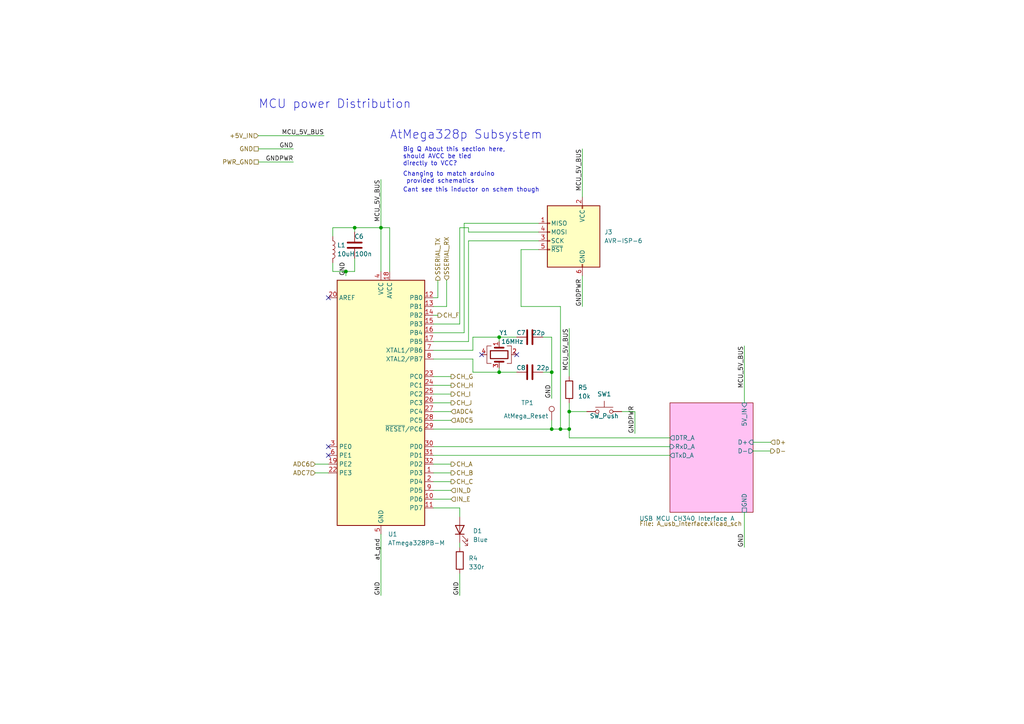
<source format=kicad_sch>
(kicad_sch (version 20230121) (generator eeschema)
  (paper "A4")
  (lib_symbols
    (symbol "000_Capacitor_Film_Immo:cap_film_0805" (pin_numbers hide) (pin_names (offset 0.254))
      (property "Reference" "C" (at 0.635 2.54 0))
      (property "Value" "cap_film_0805" (at 0.635 -2.54 0))
      (symbol "cap_film_0805_0_1"
        (polyline (pts (xy -2.032 -0.762) (xy 2.032 -0.762)) (stroke (width 0.508)))
        (polyline (pts (xy -2.032 0.762) (xy 2.032 0.762)) (stroke (width 0.508)))
      )
      (symbol "cap_film_0805_1_1"
        (pin passive line (at 0 3.81 270) (length 2.794) (name "~") (number "1"))
        (pin passive line (at 0 -3.81 90) (length 2.794) (name "~") (number "2"))
      )
    )
    (symbol "000_Diodes_Immo:LED_0805_smd" (pin_numbers hide) (pin_names (offset 1.016) hide)
      (property "Reference" "D" (at 0 2.54 0))
      (property "Value" "LED_0805_smd" (at 0 -3.81 0))
      (symbol "LED_0805_smd_0_1"
        (polyline (pts (xy -1.27 -1.27) (xy -1.27 1.27)) (stroke (width 0.254)))
        (polyline (pts (xy -1.27 0) (xy 1.27 0)))
        (polyline (pts (xy 1.27 -1.27) (xy 1.27 1.27) (xy -1.27 0) (xy 1.27 -1.27)) (stroke (width 0.254)))
        (polyline (pts (xy -3.048 -0.762) (xy -4.572 -2.286) (xy -3.81 -2.286) (xy -4.572 -2.286) (xy -4.572 -1.524)))
        (polyline (pts (xy -1.778 -0.762) (xy -3.302 -2.286) (xy -2.54 -2.286) (xy -3.302 -2.286) (xy -3.302 -1.524)))
      )
      (symbol "LED_0805_smd_1_1"
        (pin passive line (at -3.81 0 0) (length 2.54) (name "K") (number "1"))
        (pin passive line (at 3.81 0 180) (length 2.54) (name "A") (number "2"))
      )
    )
    (symbol "000_Resistors_Immo:Resistor_0805" (pin_numbers hide) (pin_names (offset 0))
      (property "Reference" "R?" (at -2.54 3.81 0))
      (property "Value" "Resistor_0805" (at -5.08 2.54 0))
      (symbol "Resistor_0805_0_1"
        (rectangle (start 2.54 -1.016) (end -2.54 1.016) (stroke (width 0.254)))
      )
      (symbol "Resistor_0805_1_1"
        (pin passive line (at -3.81 0 0) (length 1.27) (name "~") (number "1"))
        (pin passive line (at 3.81 0 180) (length 1.27) (name "~") (number "2"))
      )
    )
    (symbol "Connector:AVR-ISP-6" (pin_names (offset 1.016))
      (property "Reference" "J" (at -6.35 11.43 0))
      (property "Value" "AVR-ISP-6" (at 0 11.43 0))
      (symbol "AVR-ISP-6_0_1"
        (rectangle (start -2.667 -6.858) (end -2.413 -7.62))
        (rectangle (start -2.667 10.16) (end -2.413 9.398))
        (rectangle (start 7.62 -2.413) (end 6.858 -2.667))
        (rectangle (start 7.62 0.127) (end 6.858 -0.127))
        (rectangle (start 7.62 2.667) (end 6.858 2.413))
        (rectangle (start 7.62 5.207) (end 6.858 4.953))
        (rectangle (start 7.62 10.16) (end -7.62 -7.62) (stroke (width 0.254)) (fill (type background)))
      )
      (symbol "AVR-ISP-6_1_1"
        (pin passive line (at 10.16 5.08 180) (length 2.54) (name "MISO") (number "1"))
        (pin passive line (at -2.54 12.7 270) (length 2.54) (name "VCC") (number "2"))
        (pin passive line (at 10.16 0 180) (length 2.54) (name "SCK") (number "3"))
        (pin passive line (at 10.16 2.54 180) (length 2.54) (name "MOSI") (number "4"))
        (pin passive line (at 10.16 -2.54 180) (length 2.54) (name "~{RST}") (number "5"))
        (pin passive line (at -2.54 -10.16 90) (length 2.54) (name "GND") (number "6"))
      )
    )
    (symbol "Connector:TestPoint" (pin_numbers hide) (pin_names (offset 0.762) hide)
      (property "Reference" "TP" (at 0 6.858 0))
      (property "Value" "TestPoint" (at 0 5.08 0))
      (symbol "TestPoint_0_1"
        (circle (center 0 3.302) (radius 0.762))
      )
      (symbol "TestPoint_1_1"
        (pin passive line (at 0 0 90) (length 2.54) (name "1") (number "1"))
      )
    )
    (symbol "Device:Crystal_GND24" (pin_names (offset 1.016) hide)
      (property "Reference" "Y" (at 3.175 5.08 0))
      (property "Value" "Crystal_GND24" (at 3.175 3.175 0))
      (symbol "Crystal_GND24_0_1"
        (rectangle (start -1.143 2.54) (end 1.143 -2.54) (stroke (width 0.3048)))
        (polyline (pts (xy -2.54 0) (xy -2.032 0)))
        (polyline (pts (xy -2.032 -1.27) (xy -2.032 1.27)) (stroke (width 0.508)))
        (polyline (pts (xy 0 -3.81) (xy 0 -3.556)))
        (polyline (pts (xy 0 3.556) (xy 0 3.81)))
        (polyline (pts (xy 2.032 -1.27) (xy 2.032 1.27)) (stroke (width 0.508)))
        (polyline (pts (xy 2.032 0) (xy 2.54 0)))
        (polyline (pts (xy -2.54 -2.286) (xy -2.54 -3.556) (xy 2.54 -3.556) (xy 2.54 -2.286)))
        (polyline (pts (xy -2.54 2.286) (xy -2.54 3.556) (xy 2.54 3.556) (xy 2.54 2.286)))
      )
      (symbol "Crystal_GND24_1_1"
        (pin passive line (at -3.81 0 0) (length 1.27) (name "1") (number "1"))
        (pin passive line (at 0 5.08 270) (length 1.27) (name "2") (number "2"))
        (pin passive line (at 3.81 0 180) (length 1.27) (name "3") (number "3"))
        (pin passive line (at 0 -5.08 90) (length 1.27) (name "4") (number "4"))
      )
    )
    (symbol "Device:L" (pin_numbers hide) (pin_names (offset 1.016) hide)
      (property "Reference" "L" (at -1.27 0 90))
      (property "Value" "L" (at 1.905 0 90))
      (symbol "L_0_1"
        (arc (start 0 -2.54) (mid 0.6323 -1.905) (end 0 -1.27))
        (arc (start 0 -1.27) (mid 0.6323 -0.635) (end 0 0))
        (arc (start 0 0) (mid 0.6323 0.635) (end 0 1.27))
        (arc (start 0 1.27) (mid 0.6323 1.905) (end 0 2.54))
      )
      (symbol "L_1_1"
        (pin passive line (at 0 3.81 270) (length 1.27) (name "1") (number "1"))
        (pin passive line (at 0 -3.81 90) (length 1.27) (name "2") (number "2"))
      )
    )
    (symbol "MCU_Microchip_ATmega:ATmega328PB-M"
      (property "Reference" "U" (at -12.7 36.83 0))
      (property "Value" "ATmega328PB-M" (at 2.54 -36.83 0))
      (symbol "ATmega328PB-M_0_1"
        (rectangle (start -12.7 -35.56) (end 12.7 35.56) (stroke (width 0.254)) (fill (type background)))
      )
      (symbol "ATmega328PB-M_1_1"
        (pin bidirectional line (at 15.24 -20.32 180) (length 2.54) (name "PD3") (number "1"))
        (pin bidirectional line (at 15.24 -27.94 180) (length 2.54) (name "PD6") (number "10"))
        (pin bidirectional line (at 15.24 -30.48 180) (length 2.54) (name "PD7") (number "11"))
        (pin bidirectional line (at 15.24 30.48 180) (length 2.54) (name "PB0") (number "12"))
        (pin bidirectional line (at 15.24 27.94 180) (length 2.54) (name "PB1") (number "13"))
        (pin bidirectional line (at 15.24 25.4 180) (length 2.54) (name "PB2") (number "14"))
        (pin bidirectional line (at 15.24 22.86 180) (length 2.54) (name "PB3") (number "15"))
        (pin bidirectional line (at 15.24 20.32 180) (length 2.54) (name "PB4") (number "16"))
        (pin bidirectional line (at 15.24 17.78 180) (length 2.54) (name "PB5") (number "17"))
        (pin power_in line (at 2.54 38.1 270) (length 2.54) (name "AVCC") (number "18"))
        (pin bidirectional line (at -15.24 -17.78 0) (length 2.54) (name "PE2") (number "19"))
        (pin bidirectional line (at 15.24 -22.86 180) (length 2.54) (name "PD4") (number "2"))
        (pin passive line (at -15.24 30.48 0) (length 2.54) (name "AREF") (number "20"))
        (pin passive line (at 0 -38.1 90) (length 2.54) hide (name "GND") (number "21"))
        (pin bidirectional line (at -15.24 -20.32 0) (length 2.54) (name "PE3") (number "22"))
        (pin bidirectional line (at 15.24 7.62 180) (length 2.54) (name "PC0") (number "23"))
        (pin bidirectional line (at 15.24 5.08 180) (length 2.54) (name "PC1") (number "24"))
        (pin bidirectional line (at 15.24 2.54 180) (length 2.54) (name "PC2") (number "25"))
        (pin bidirectional line (at 15.24 0 180) (length 2.54) (name "PC3") (number "26"))
        (pin bidirectional line (at 15.24 -2.54 180) (length 2.54) (name "PC4") (number "27"))
        (pin bidirectional line (at 15.24 -5.08 180) (length 2.54) (name "PC5") (number "28"))
        (pin bidirectional line (at 15.24 -7.62 180) (length 2.54) (name "~{RESET}/PC6") (number "29"))
        (pin bidirectional line (at -15.24 -12.7 0) (length 2.54) (name "PE0") (number "3"))
        (pin bidirectional line (at 15.24 -12.7 180) (length 2.54) (name "PD0") (number "30"))
        (pin bidirectional line (at 15.24 -15.24 180) (length 2.54) (name "PD1") (number "31"))
        (pin bidirectional line (at 15.24 -17.78 180) (length 2.54) (name "PD2") (number "32"))
        (pin passive line (at 0 -38.1 90) (length 2.54) hide (name "GND") (number "33"))
        (pin power_in line (at 0 38.1 270) (length 2.54) (name "VCC") (number "4"))
        (pin power_in line (at 0 -38.1 90) (length 2.54) (name "GND") (number "5"))
        (pin bidirectional line (at -15.24 -15.24 0) (length 2.54) (name "PE1") (number "6"))
        (pin bidirectional line (at 15.24 15.24 180) (length 2.54) (name "XTAL1/PB6") (number "7"))
        (pin bidirectional line (at 15.24 12.7 180) (length 2.54) (name "XTAL2/PB7") (number "8"))
        (pin bidirectional line (at 15.24 -25.4 180) (length 2.54) (name "PD5") (number "9"))
      )
    )
    (symbol "Switch:SW_Push" (pin_numbers hide) (pin_names (offset 1.016) hide)
      (property "Reference" "SW" (at 1.27 2.54 0))
      (property "Value" "SW_Push" (at 0 -1.524 0))
      (symbol "SW_Push_0_1"
        (circle (center -2.032 0) (radius 0.508))
        (polyline (pts (xy 0 1.27) (xy 0 3.048)))
        (polyline (pts (xy 2.54 1.27) (xy -2.54 1.27)))
        (circle (center 2.032 0) (radius 0.508))
        (pin passive line (at -5.08 0 0) (length 2.54) (name "1") (number "1"))
        (pin passive line (at 5.08 0 180) (length 2.54) (name "2") (number "2"))
      )
    )
  )
  (junction (at 144.78 107.95))
  (junction (at 165.1 124.46))
  (junction (at 160.02 124.46))
  (junction (at 110.49 66.04))
  (junction (at 144.78 97.79))
  (junction (at 162.56 124.46))
  (junction (at 100.33 78.74))
  (junction (at 102.87 66.04))
  (junction (at 165.1 119.38))
  (junction (at 160.02 107.95))
  (no_connect (at 149.86 102.87))
  (no_connect (at 95.25 86.36))
  (no_connect (at 139.7 102.87))
  (no_connect (at 95.25 129.54))
  (no_connect (at 95.25 132.08))
  (wire (pts (xy 133.35 157.48) (xy 133.35 158.75)))
  (wire (pts (xy 135.89 69.85) (xy 156.21 69.85)))
  (wire (pts (xy 133.35 147.32) (xy 125.73 147.32)))
  (wire (pts (xy 162.56 88.9) (xy 162.56 124.46)))
  (wire (pts (xy 102.87 78.74) (xy 102.87 74.93)))
  (wire (pts (xy 102.87 67.31) (xy 102.87 66.04)))
  (wire (pts (xy 137.16 104.14) (xy 125.73 104.14)))
  (wire (pts (xy 137.16 107.95) (xy 137.16 104.14)))
  (wire (pts (xy 96.52 76.2) (xy 96.52 78.74)))
  (wire (pts (xy 135.89 67.31) (xy 156.21 67.31)))
  (wire (pts (xy 74.93 46.99) (xy 85.09 46.99)))
  (wire (pts (xy 74.93 39.37) (xy 93.98 39.37)))
  (wire (pts (xy 129.54 88.9) (xy 125.73 88.9)))
  (wire (pts (xy 215.9 100.33) (xy 215.9 116.84)))
  (wire (pts (xy 160.02 107.95) (xy 160.02 115.57)))
  (wire (pts (xy 218.44 128.27) (xy 223.52 128.27)))
  (wire (pts (xy 125.73 96.52) (xy 134.62 96.52)))
  (wire (pts (xy 125.73 111.76) (xy 130.81 111.76)))
  (wire (pts (xy 133.35 66.04) (xy 135.89 66.04)))
  (wire (pts (xy 96.52 78.74) (xy 100.33 78.74)))
  (wire (pts (xy 100.33 78.74) (xy 100.33 80.01)))
  (wire (pts (xy 125.73 99.06) (xy 135.89 99.06)))
  (wire (pts (xy 125.73 142.24) (xy 130.81 142.24)))
  (wire (pts (xy 125.73 101.6) (xy 137.16 101.6)))
  (wire (pts (xy 151.13 72.39) (xy 156.21 72.39)))
  (wire (pts (xy 194.31 127) (xy 165.1 127)))
  (wire (pts (xy 180.34 119.38) (xy 184.15 119.38)))
  (wire (pts (xy 133.35 149.86) (xy 133.35 147.32)))
  (wire (pts (xy 125.73 137.16) (xy 130.81 137.16)))
  (wire (pts (xy 125.73 114.3) (xy 130.81 114.3)))
  (wire (pts (xy 125.73 119.38) (xy 130.81 119.38)))
  (wire (pts (xy 125.73 129.54) (xy 194.31 129.54)))
  (wire (pts (xy 137.16 101.6) (xy 137.16 97.79)))
  (wire (pts (xy 135.89 66.04) (xy 135.89 67.31)))
  (wire (pts (xy 125.73 139.7) (xy 130.81 139.7)))
  (wire (pts (xy 168.91 43.18) (xy 168.91 57.15)))
  (wire (pts (xy 215.9 148.59) (xy 215.9 158.75)))
  (wire (pts (xy 165.1 119.38) (xy 165.1 124.46)))
  (wire (pts (xy 110.49 66.04) (xy 110.49 78.74)))
  (wire (pts (xy 125.73 121.92) (xy 130.81 121.92)))
  (wire (pts (xy 218.44 130.81) (xy 223.52 130.81)))
  (wire (pts (xy 125.73 109.22) (xy 130.81 109.22)))
  (wire (pts (xy 137.16 97.79) (xy 144.78 97.79)))
  (wire (pts (xy 144.78 107.95) (xy 149.86 107.95)))
  (wire (pts (xy 134.62 64.77) (xy 134.62 96.52)))
  (wire (pts (xy 125.73 91.44) (xy 127 91.44)))
  (wire (pts (xy 133.35 93.98) (xy 125.73 93.98)))
  (wire (pts (xy 96.52 66.04) (xy 102.87 66.04)))
  (wire (pts (xy 165.1 95.25) (xy 165.1 109.22)))
  (wire (pts (xy 110.49 154.94) (xy 110.49 172.72)))
  (wire (pts (xy 151.13 72.39) (xy 151.13 88.9)))
  (wire (pts (xy 125.73 116.84) (xy 130.81 116.84)))
  (wire (pts (xy 91.44 134.62) (xy 95.25 134.62)))
  (wire (pts (xy 127 86.36) (xy 127 81.28)))
  (wire (pts (xy 160.02 121.92) (xy 160.02 124.46)))
  (wire (pts (xy 125.73 132.08) (xy 194.31 132.08)))
  (wire (pts (xy 168.91 80.01) (xy 168.91 88.9)))
  (wire (pts (xy 110.49 52.07) (xy 110.49 66.04)))
  (wire (pts (xy 135.89 99.06) (xy 135.89 69.85)))
  (wire (pts (xy 113.03 78.74) (xy 113.03 66.04)))
  (wire (pts (xy 157.48 97.79) (xy 160.02 97.79)))
  (wire (pts (xy 125.73 144.78) (xy 130.81 144.78)))
  (wire (pts (xy 133.35 66.04) (xy 133.35 93.98)))
  (wire (pts (xy 74.93 43.18) (xy 85.09 43.18)))
  (wire (pts (xy 100.33 78.74) (xy 102.87 78.74)))
  (wire (pts (xy 110.49 66.04) (xy 113.03 66.04)))
  (wire (pts (xy 160.02 107.95) (xy 157.48 107.95)))
  (wire (pts (xy 144.78 106.68) (xy 144.78 107.95)))
  (wire (pts (xy 125.73 134.62) (xy 130.81 134.62)))
  (wire (pts (xy 184.15 119.38) (xy 184.15 125.73)))
  (wire (pts (xy 165.1 124.46) (xy 162.56 124.46)))
  (wire (pts (xy 165.1 124.46) (xy 165.1 127)))
  (wire (pts (xy 125.73 86.36) (xy 127 86.36)))
  (wire (pts (xy 165.1 119.38) (xy 165.1 116.84)))
  (wire (pts (xy 165.1 119.38) (xy 170.18 119.38)))
  (wire (pts (xy 129.54 81.28) (xy 129.54 88.9)))
  (wire (pts (xy 160.02 124.46) (xy 162.56 124.46)))
  (wire (pts (xy 144.78 97.79) (xy 149.86 97.79)))
  (wire (pts (xy 125.73 124.46) (xy 160.02 124.46)))
  (wire (pts (xy 151.13 88.9) (xy 162.56 88.9)))
  (wire (pts (xy 96.52 66.04) (xy 96.52 68.58)))
  (wire (pts (xy 144.78 97.79) (xy 144.78 99.06)))
  (wire (pts (xy 134.62 64.77) (xy 156.21 64.77)))
  (wire (pts (xy 144.78 107.95) (xy 137.16 107.95)))
  (wire (pts (xy 160.02 97.79) (xy 160.02 107.95)))
  (wire (pts (xy 91.44 137.16) (xy 95.25 137.16)))
  (wire (pts (xy 133.35 166.37) (xy 133.35 172.72)))
  (wire (pts (xy 102.87 66.04) (xy 110.49 66.04)))
  (text "Cant see this inductor on schem though" (at 116.84 55.88 0) (effects (font (size 1.27 1.27)) (justify left bottom)))
  (text "Changing to match arduino\n provided schematics" (at 116.84 53.34 0) (effects (font (size 1.27 1.27)) (justify left bottom)))
  (text "Big Q About this section here,\nshould AVCC be tied \ndirectly to VCC?" (at 116.84 48.26 0) (effects (font (size 1.27 1.27)) (justify left bottom)))
  (text "AtMega328p Subsystem" (at 113.03 40.64 0) (effects (font (size 2.5 2.5)) (justify left bottom)))
  (text "MCU power Distribution" (at 74.93 31.75 0) (effects (font (size 2.5 2.5)) (justify left bottom)))
  (label "GND" (at 215.9 158.75 90))
  (label "GNDPWR" (at 85.09 46.99 180))
  (label "GND" (at 110.49 172.72 90))
  (label "MCU_5V_BUS" (at 110.49 52.07 270))
  (label "GND" (at 100.33 80.01 90))
  (label "GNDPWR" (at 168.91 88.9 90))
  (label "MCU_5V_BUS" (at 215.9 100.33 270))
  (label "GND" (at 133.35 172.72 90))
  (label "GND" (at 85.09 43.18 180))
  (label "GNDPWR" (at 184.15 125.73 90))
  (label "MCU_5V_BUS" (at 168.91 43.18 270))
  (label "at_gnd" (at 110.49 162.56 90))
  (label "GND" (at 160.02 115.57 90))
  (label "MCU_5V_BUS" (at 93.98 39.37 180))
  (label "MCU_5V_BUS" (at 165.1 95.25 270))
  (hierarchical_label "CH_A" (shape output) (at 130.81 134.62 0))
  (hierarchical_label "D+" (shape input) (at 223.52 128.27 0))
  (hierarchical_label "CH_G" (shape output) (at 130.81 109.22 0))
  (hierarchical_label "D-" (shape output) (at 223.52 130.81 0))
  (hierarchical_label "CH_I" (shape output) (at 130.81 114.3 0))
  (hierarchical_label "CH_H" (shape output) (at 130.81 111.76 0))
  (hierarchical_label "IN_D" (shape input) (at 130.81 142.24 0))
  (hierarchical_label "CH_J" (shape output) (at 130.81 116.84 0))
  (hierarchical_label "CH_F" (shape output) (at 127 91.44 0))
  (hierarchical_label "+5V_IN" (shape input) (at 74.93 39.37 180))
  (hierarchical_label "SSERIAL_TX" (shape output) (at 127 81.28 90))
  (hierarchical_label "ADC5" (shape input) (at 130.81 121.92 0))
  (hierarchical_label "GND" (shape passive) (at 74.93 43.18 180))
  (hierarchical_label "ADC4" (shape input) (at 130.81 119.38 0))
  (hierarchical_label "ADC6" (shape input) (at 91.44 134.62 180))
  (hierarchical_label "PWR_GND" (shape passive) (at 74.93 46.99 180))
  (hierarchical_label "CH_C" (shape output) (at 130.81 139.7 0))
  (hierarchical_label "CH_B" (shape output) (at 130.81 137.16 0))
  (hierarchical_label "ADC7" (shape input) (at 91.44 137.16 180))
  (hierarchical_label "SSERIAL_RX" (shape input) (at 129.54 81.28 90))
  (hierarchical_label "IN_E" (shape input) (at 130.81 144.78 0))
  (symbol (lib_id "Device:L") (at 96.52 72.39 0) (unit 1)
    (property "Reference" "L1" (at 97.79 71.1199 0) (effects (justify left)))
    (property "Value" "10uH" (at 97.79 73.6599 0) (effects (justify left)))
    (property "Footprint" "Inductor_SMD:L_0805_2012Metric_Pad1.05x1.20mm_HandSolder" (effects hide))
  )
  (symbol (lib_id "000_Diodes_Immo:LED_0805_smd") (at 133.35 153.67 90) (unit 1)
    (property "Reference" "D1" (at 137.16 153.9874 90) (effects (justify right)))
    (property "Value" "Blue" (at 137.16 156.5274 90) (effects (justify right)))
    (property "Footprint" "LED_SMD:LED_0805_2012Metric_Pad1.15x1.40mm_HandSolder" (effects hide))
  )
  (symbol (lib_id "Connector:AVR-ISP-6") (at 166.37 69.85 0) (mirror y) (unit 1)
    (property "Reference" "J3" (at 175.26 67.3099 0) (effects (justify right)))
    (property "Value" "AVR-ISP-6" (at 175.26 69.8499 0) (effects (justify right)))
    (property "Footprint" "Connector_PinHeader_1.27mm:PinHeader_2x03_P1.27mm_Vertical" (effects hide))
    (property "Datasheet" " ~" (effects hide))
    (instances (project "ImogenWren" (path "" (reference "J3") (unit 1)) (path "" (reference "J2") (unit 1))))
  )
  (symbol (lib_id "Device:Crystal_GND24") (at 144.78 102.87 270) (unit 1)
    (property "Reference" "Y1" (at 146.05 96.52 90))
    (property "Value" "16MHz" (at 148.59 99.06 90))
    (property "Footprint" "Crystal:Crystal_SMD_Abracon_ABM3C-4Pin_5.0x3.2mm" (effects hide))
  )
  (symbol (lib_id "000_Capacitor_Film_Immo:cap_film_0805") (at 153.67 97.79 90) (unit 1)
    (property "Reference" "C7" (at 151.13 96.52 90))
    (property "Value" "22p" (at 156.21 96.52 90))
    (property "Footprint" "Capacitor_SMD:C_0805_2012Metric_Pad1.18x1.45mm_HandSolder" (effects hide))
    (instances (project "ImogenWren" (path "" (reference "C7") (unit 1)) (path "" (reference "C10") (unit 1))))
  )
  (symbol (lib_id "MCU_Microchip_ATmega:ATmega328PB-M") (at 110.49 116.84 0) (unit 1)
    (property "Reference" "U1" (at 112.5094 154.94 0) (effects (justify left)))
    (property "Value" "ATmega328PB-M" (at 112.5094 157.48 0) (effects (justify left)))
    (property "Footprint" "Package_DFN_QFN:QFN-32-1EP_5x5mm_P0.5mm_EP3.1x3.1mm" (effects hide))
    (property "Datasheet" "http://ww1.microchip.com/downloads/en/DeviceDoc/40001906C.pdf" (effects hide))
    (instances (project "ImogenWren" (path "" (reference "U1") (unit 1)) (path "" (reference "U2") (unit 1))))
  )
  (symbol (lib_id "Switch:SW_Push") (at 175.26 119.38 0) (unit 1)
    (property "Reference" "SW1" (at 175.26 114.3 0))
    (property "Value" "SW_Push" (at 175.26 120.65 0))
    (property "Footprint" "Button_Switch_SMD:SW_SPST_EVQPE1" (effects hide))
  )
  (symbol (lib_id "000_Resistors_Immo:Resistor_0805") (at 133.35 162.56 90) (unit 1)
    (property "Reference" "R4" (at 135.89 161.925 90) (effects (justify right)))
    (property "Value" "330r" (at 135.89 164.465 90) (effects (justify right)))
    (property "Footprint" "Resistor_SMD:R_0805_2012Metric_Pad1.20x1.40mm_HandSolder" (effects hide))
  )
  (symbol (lib_id "Connector:TestPoint") (at 160.02 121.92 0) (unit 1)
    (property "Reference" "TP1" (at 151.13 116.84 0) (effects (justify left)))
    (property "Value" "AtMega_Reset" (at 146.05 120.65 0) (effects (justify left)))
    (property "Footprint" "TestPoint:TestPoint_Pad_D1.5mm" (effects hide))
  )
  (symbol (lib_id "000_Capacitor_Film_Immo:cap_film_0805") (at 102.87 71.12 0) (unit 1)
    (property "Reference" "C6" (at 104.14 68.58 0))
    (property "Value" "100n" (at 105.41 73.66 0))
    (property "Footprint" "Capacitor_SMD:C_0805_2012Metric_Pad1.18x1.45mm_HandSolder" (effects hide))
    (instances (project "ImogenWren" (path "" (reference "C6") (unit 1)) (path "" (reference "C9") (unit 1))))
  )
  (symbol (lib_id "000_Capacitor_Film_Immo:cap_film_0805") (at 153.67 107.95 90) (unit 1)
    (property "Reference" "C8" (at 151.13 106.68 90))
    (property "Value" "22p" (at 157.48 106.68 90))
    (property "Footprint" "Capacitor_SMD:C_0805_2012Metric_Pad1.18x1.45mm_HandSolder" (effects hide))
    (instances (project "ImogenWren" (path "" (reference "C8") (unit 1)) (path "" (reference "C11") (unit 1))))
  )
  (symbol (lib_id "000_Resistors_Immo:Resistor_0805") (at 165.1 113.03 90) (unit 1)
    (property "Reference" "R5" (at 167.64 112.395 90) (effects (justify right)))
    (property "Value" "10k" (at 167.64 114.935 90) (effects (justify right)))
    (property "Footprint" "Resistor_SMD:R_0805_2012Metric_Pad1.20x1.40mm_HandSolder" (effects hide))
  )
  (sheet (at 194.31 116.84) (size 24.13 31.75) (stroke (width 0.1524)) (fill (color 255 69 219 0.3300))
    (property "Sheetname" "USB MCU CH340 Interface A" (at 185.42 151.13 0) (effects (justify left bottom)))
    (property "Sheetfile" "A_usb_interface.kicad_sch" (at 185.42 151.13 0) (effects (justify left top)))
    (pin "DTR_A" output (at 194.31 127 180))
    (pin "TxD_A" output (at 194.31 132.08 180))
    (pin "RxD_A" input (at 194.31 129.54 180))
    (pin "5V_IN" input (at 215.9 116.84 90))
    (pin "GND" passive (at 215.9 148.59 270))
    (pin "D-" output (at 218.44 130.81 0))
    (pin "D+" input (at 218.44 128.27 0))
  )
)
</source>
